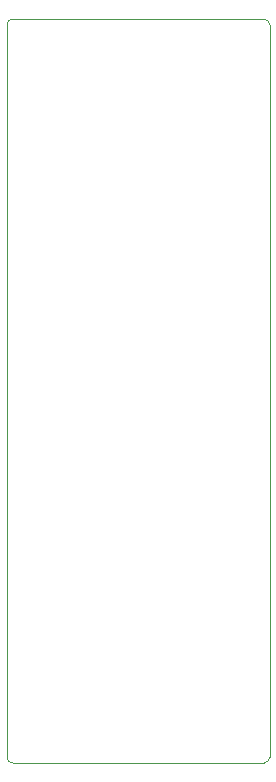
<source format=gbr>
%TF.GenerationSoftware,KiCad,Pcbnew,8.0.7*%
%TF.CreationDate,2025-02-16T23:10:18-06:00*%
%TF.ProjectId,MCU,4d43552e-6b69-4636-9164-5f7063625858,rev?*%
%TF.SameCoordinates,Original*%
%TF.FileFunction,Profile,NP*%
%FSLAX46Y46*%
G04 Gerber Fmt 4.6, Leading zero omitted, Abs format (unit mm)*
G04 Created by KiCad (PCBNEW 8.0.7) date 2025-02-16 23:10:18*
%MOMM*%
%LPD*%
G01*
G04 APERTURE LIST*
%TA.AperFunction,Profile*%
%ADD10C,0.050000*%
%TD*%
G04 APERTURE END LIST*
D10*
X127750000Y-48250000D02*
X127750000Y-110250000D01*
X149500000Y-47750000D02*
X128250000Y-47750000D01*
X150000000Y-110250000D02*
X150000000Y-48250000D01*
X128250000Y-110750000D02*
X149500000Y-110750000D01*
X128250000Y-110750000D02*
G75*
G02*
X127750000Y-110250000I0J500000D01*
G01*
X150000000Y-110250000D02*
G75*
G02*
X149500000Y-110750000I-500000J0D01*
G01*
X149500000Y-47750000D02*
G75*
G02*
X150000000Y-48250000I0J-500000D01*
G01*
X127750000Y-48250000D02*
G75*
G02*
X128250000Y-47750000I500000J0D01*
G01*
M02*

</source>
